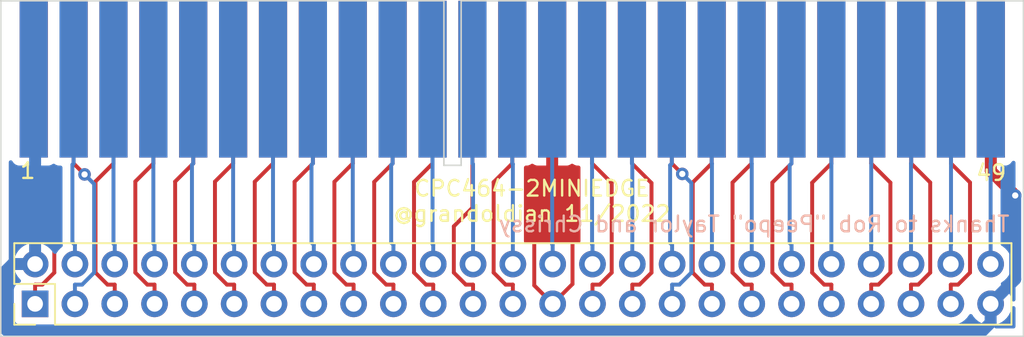
<source format=kicad_pcb>
(kicad_pcb (version 20221018) (generator pcbnew)
  (layers (0 "F.Cu" signal) (31 "B.Cu" signal) (34 "B.Paste" user) (35 "F.Paste" user) (36 "B.SilkS" user "B.Silkscreen") (37 "F.SilkS" user "F.Silkscreen") (38 "B.Mask" user) (39 "F.Mask" user) (44 "Edge.Cuts" user))
  (net 0 "")
  (net 1 "+5V")
  (net 2 "GND")
  (net 3 "SOUND")
  (net 4 "/A15")
  (net 5 "/A14")
  (net 6 "/A13")
  (net 7 "/A12")
  (net 8 "/A11")
  (net 9 "/A10")
  (net 10 "/A9")
  (net 11 "/A8")
  (net 12 "/A7")
  (net 13 "/A6")
  (net 14 "/A5")
  (net 15 "/A4")
  (net 16 "/A3")
  (net 17 "/A2")
  (net 18 "/A1")
  (net 19 "/A0")
  (net 20 "/D7")
  (net 21 "/D6")
  (net 22 "/D5")
  (net 23 "/D4")
  (net 24 "/D3")
  (net 25 "/D2")
  (net 26 "/D1")
  (net 27 "/D0")
  (net 28 "MREQ")
  (net 29 "M1")
  (net 30 "RFSH")
  (net 31 "IORQ")
  (net 32 "RD")
  (net 33 "WR")
  (net 34 "HALT")
  (net 35 "INT")
  (net 36 "NMI")
  (net 37 "BUSRQ")
  (net 38 "BUSAK")
  (net 39 "READY")
  (net 40 "BUS")
  (net 41 "RESET")
  (net 42 "ROMEN")
  (net 43 "ROMDIS")
  (net 44 "RAMRD")
  (net 45 "RAMDIS")
  (net 46 "CURSOR")
  (net 47 "LPEN")
  (net 48 "EXP")
  (net 49 "A100")
  (footprint "Connector_PinHeader_2.54mm:PinHeader_2x25_P2.54mm_Vertical" (layer "F.Cu") (at 192.3846 62.743 90)
    (fp_text reference "PL2" hide)
    (fp_text value "EXP" hide)
    (fp_line (start -1.33 -1.33) (end 0 -1.33) (stroke (width 0.12)) (layer "F.SilkS"))
    (fp_line (start -1.33 0) (end -1.33 -1.33) (stroke (width 0.12)) (layer "F.SilkS"))
    (fp_line (start -1.33 1.27) (end -1.33 62.29) (stroke (width 0.12)) (layer "F.SilkS"))
    (fp_line (start -1.33 1.27) (end 1.27 1.27) (stroke (width 0.12)) (layer "F.SilkS"))
    (fp_line (start -1.33 62.29) (end 3.87 62.29) (stroke (width 0.12)) (layer "F.SilkS"))
    (fp_line (start 1.27 -1.33) (end 3.87 -1.33) (stroke (width 0.12)) (layer "F.SilkS"))
    (fp_line (start 1.27 1.27) (end 1.27 -1.33) (stroke (width 0.12)) (layer "F.SilkS"))
    (fp_line (start 3.87 -1.33) (end 3.87 62.29) (stroke (width 0.12)) (layer "F.SilkS"))
    (pad "1" thru_hole rect (at 0 0 90) (size 1.7 1.7) (drill 1) (layers "*.Cu" "*.Mask") (net 3 "SOUND"))
    (pad "2" thru_hole oval (at 2.54 0 90) (size 1.7 1.7) (drill 1) (layers "*.Cu" "*.Mask") (net 2 "GND"))
    (pad "3" thru_hole oval (at 0 2.54 90) (size 1.7 1.7) (drill 1) (layers "*.Cu" "*.Mask") (net 4 "/A15"))
    (pad "4" thru_hole oval (at 2.54 2.54 90) (size 1.7 1.7) (drill 1) (layers "*.Cu" "*.Mask") (net 5 "/A14"))
    (pad "5" thru_hole oval (at 0 5.08 90) (size 1.7 1.7) (drill 1) (layers "*.Cu" "*.Mask") (net 6 "/A13"))
    (pad "6" thru_hole oval (at 2.54 5.08 90) (size 1.7 1.7) (drill 1) (layers "*.Cu" "*.Mask") (net 7 "/A12"))
    (pad "7" thru_hole oval (at 0 7.62 90) (size 1.7 1.7) (drill 1) (layers "*.Cu" "*.Mask") (net 8 "/A11"))
    (pad "8" thru_hole oval (at 2.54 7.62 90) (size 1.7 1.7) (drill 1) (layers "*.Cu" "*.Mask") (net 9 "/A10"))
    (pad "9" thru_hole oval (at 0 10.16 90) (size 1.7 1.7) (drill 1) (layers "*.Cu" "*.Mask") (net 10 "/A9"))
    (pad "10" thru_hole oval (at 2.54 10.16 90) (size 1.7 1.7) (drill 1) (layers "*.Cu" "*.Mask") (net 11 "/A8"))
    (pad "11" thru_hole oval (at 0 12.7 90) (size 1.7 1.7) (drill 1) (layers "*.Cu" "*.Mask") (net 12 "/A7"))
    (pad "12" thru_hole oval (at 2.54 12.7 90) (size 1.7 1.7) (drill 1) (layers "*.Cu" "*.Mask") (net 13 "/A6"))
    (pad "13" thru_hole oval (at 0 15.24 90) (size 1.7 1.7) (drill 1) (layers "*.Cu" "*.Mask") (net 14 "/A5"))
    (pad "14" thru_hole oval (at 2.54 15.24 90) (size 1.7 1.7) (drill 1) (layers "*.Cu" "*.Mask") (net 15 "/A4"))
    (pad "15" thru_hole oval (at 0 17.78 90) (size 1.7 1.7) (drill 1) (layers "*.Cu" "*.Mask") (net 16 "/A3"))
    (pad "16" thru_hole oval (at 2.54 17.78 90) (size 1.7 1.7) (drill 1) (layers "*.Cu" "*.Mask") (net 17 "/A2"))
    (pad "17" thru_hole oval (at 0 20.32 90) (size 1.7 1.7) (drill 1) (layers "*.Cu" "*.Mask") (net 18 "/A1"))
    (pad "18" thru_hole oval (at 2.54 20.32 90) (size 1.7 1.7) (drill 1) (layers "*.Cu" "*.Mask") (net 19 "/A0"))
    (pad "19" thru_hole oval (at 0 22.86 90) (size 1.7 1.7) (drill 1) (layers "*.Cu" "*.Mask") (net 20 "/D7"))
    (pad "20" thru_hole oval (at 2.54 22.86 90) (size 1.7 1.7) (drill 1) (layers "*.Cu" "*.Mask") (net 21 "/D6"))
    (pad "21" thru_hole oval (at 0 25.4 90) (size 1.7 1.7) (drill 1) (layers "*.Cu" "*.Mask") (net 22 "/D5"))
    (pad "22" thru_hole oval (at 2.54 25.4 90) (size 1.7 1.7) (drill 1) (layers "*.Cu" "*.Mask") (net 23 "/D4"))
    (pad "23" thru_hole oval (at 0 27.94 90) (size 1.7 1.7) (drill 1) (layers "*.Cu" "*.Mask") (net 24 "/D3"))
    (pad "24" thru_hole oval (at 2.54 27.94 90) (size 1.7 1.7) (drill 1) (layers "*.Cu" "*.Mask") (net 25 "/D2"))
    (pad "25" thru_hole oval (at 0 30.48 90) (size 1.7 1.7) (drill 1) (layers "*.Cu" "*.Mask") (net 26 "/D1"))
    (pad "26" thru_hole oval (at 2.54 30.48 90) (size 1.7 1.7) (drill 1) (layers "*.Cu" "*.Mask") (net 27 "/D0"))
    (pad "27" thru_hole oval (at 0 33.02 90) (size 1.7 1.7) (drill 1) (layers "*.Cu" "*.Mask") (net 1 "+5V"))
    (pad "28" thru_hole oval (at 2.54 33.02 90) (size 1.7 1.7) (drill 1) (layers "*.Cu" "*.Mask") (net 28 "MREQ"))
    (pad "29" thru_hole oval (at 0 35.56 90) (size 1.7 1.7) (drill 1) (layers "*.Cu" "*.Mask") (net 29 "M1"))
    (pad "30" thru_hole oval (at 2.54 35.56 90) (size 1.7 1.7) (drill 1) (layers "*.Cu" "*.Mask") (net 30 "RFSH"))
    (pad "31" thru_hole oval (at 0 38.1 90) (size 1.7 1.7) (drill 1) (layers "*.Cu" "*.Mask") (net 31 "IORQ"))
    (pad "32" thru_hole oval (at 2.54 38.1 90) (size 1.7 1.7) (drill 1) (layers "*.Cu" "*.Mask") (net 32 "RD"))
    (pad "33" thru_hole oval (at 0 40.64 90) (size 1.7 1.7) (drill 1) (layers "*.Cu" "*.Mask") (net 33 "WR"))
    (pad "34" thru_hole oval (at 2.54 40.64 90) (size 1.7 1.7) (drill 1) (layers "*.Cu" "*.Mask") (net 34 "HALT"))
    (pad "35" thru_hole oval (at 0 43.18 90) (size 1.7 1.7) (drill 1) (layers "*.Cu" "*.Mask") (net 35 "INT"))
    (pad "36" thru_hole oval (at 2.54 43.18 90) (size 1.7 1.7) (drill 1) (layers "*.Cu" "*.Mask") (net 36 "NMI"))
    (pad "37" thru_hole oval (at 0 45.72 90) (size 1.7 1.7) (drill 1) (layers "*.Cu" "*.Mask") (net 37 "BUSRQ"))
    (pad "38" thru_hole oval (at 2.54 45.72 90) (size 1.7 1.7) (drill 1) (layers "*.Cu" "*.Mask") (net 38 "BUSAK"))
    (pad "39" thru_hole oval (at 0 48.26 90) (size 1.7 1.7) (drill 1) (layers "*.Cu" "*.Mask") (net 39 "READY"))
    (pad "40" thru_hole oval (at 2.54 48.26 90) (size 1.7 1.7) (drill 1) (layers "*.Cu" "*.Mask") (net 40 "BUS"))
    (pad "41" thru_hole oval (at 0 50.8 90) (size 1.7 1.7) (drill 1) (layers "*.Cu" "*.Mask") (net 41 "RESET"))
    (pad "42" thru_hole oval (at 2.54 50.8 90) (size 1.7 1.7) (drill 1) (layers "*.Cu" "*.Mask") (net 42 "ROMEN"))
    (pad "43" thru_hole oval (at 0 53.34 90) (size 1.7 1.7) (drill 1) (layers "*.Cu" "*.Mask") (net 43 "ROMDIS"))
    (pad "44" thru_hole oval (at 2.54 53.34 90) (size 1.7 1.7) (drill 1) (layers "*.Cu" "*.Mask") (net 44 "RAMRD"))
    (pad "45" thru_hole oval (at 0 55.88 90) (size 1.7 1.7) (drill 1) (layers "*.Cu" "*.Mask") (net 45 "RAMDIS"))
    (pad "46" thru_hole oval (at 2.54 55.88 90) (size 1.7 1.7) (drill 1) (layers "*.Cu" "*.Mask") (net 46 "CURSOR"))
    (pad "47" thru_hole oval (at 0 58.42 90) (size 1.7 1.7) (drill 1) (layers "*.Cu" "*.Mask") (net 47 "LPEN"))
    (pad "48" thru_hole oval (at 2.54 58.42 90) (size 1.7 1.7) (drill 1) (layers "*.Cu" "*.Mask") (net 48 "EXP"))
    (pad "49" thru_hole oval (at 0 60.96 90) (size 1.7 1.7) (drill 1) (layers "*.Cu" "*.Mask") (net 2 "GND"))
    (pad "50" thru_hole oval (at 2.54 60.96 90) (size 1.7 1.7) (drill 1) (layers "*.Cu" "*.Mask") (net 49 "A100"))
  )
  (footprint "CPC:EXPANSION" (layer "F.Cu") (at 191.4072 53.3654)
    (fp_text reference "PL3" hide)
    (fp_text value "OUT" hide)
    (fp_text user "1" (at 0.508 0.889 unlocked) (layer "F.SilkS"))
    (fp_text user "49" (at 61.976 1.016 unlocked) (layer "F.SilkS"))
    (pad "1" connect rect (at 0.889 -4.953) (size 1.8 10) (layers "F.Cu" "F.Mask") (net 3 "SOUND"))
    (pad "2" connect rect (at 0.889 -4.953 180) (size 1.8 10) (layers "B.Cu" "B.Mask") (net 2 "GND"))
    (pad "3" connect rect (at 3.433368 -4.953) (size 1.8 10) (layers "F.Cu" "F.Mask") (net 4 "/A15"))
    (pad "4" connect rect (at 3.433368 -4.953 180) (size 1.8 10) (layers "B.Cu" "B.Mask") (net 5 "/A14"))
    (pad "5" connect rect (at 5.977737 -4.953) (size 1.8 10) (layers "F.Cu" "F.Mask") (net 6 "/A13"))
    (pad "6" connect rect (at 5.977737 -4.953 180) (size 1.8 10) (layers "B.Cu" "B.Mask") (net 7 "/A12"))
    (pad "7" connect rect (at 8.522105 -4.953) (size 1.8 10) (layers "F.Cu" "F.Mask") (net 8 "/A11"))
    (pad "8" connect rect (at 8.522105 -4.953 180) (size 1.8 10) (layers "B.Cu" "B.Mask") (net 9 "/A10"))
    (pad "9" connect rect (at 11.066474 -4.953) (size 1.8 10) (layers "F.Cu" "F.Mask") (net 10 "/A9"))
    (pad "10" connect rect (at 11.066474 -4.953 180) (size 1.8 10) (layers "B.Cu" "B.Mask") (net 11 "/A8"))
    (pad "11" connect rect (at 13.610842 -4.953) (size 1.8 10) (layers "F.Cu" "F.Mask") (net 12 "/A7"))
    (pad "12" connect rect (at 13.610842 -4.953 180) (size 1.8 10) (layers "B.Cu" "B.Mask") (net 13 "/A6"))
    (pad "13" connect rect (at 16.155211 -4.953) (size 1.8 10) (layers "F.Cu" "F.Mask") (net 14 "/A5"))
    (pad "14" connect rect (at 16.155211 -4.953 180) (size 1.8 10) (layers "B.Cu" "B.Mask") (net 15 "/A4"))
    (pad "15" connect rect (at 18.699579 -4.953) (size 1.8 10) (layers "F.Cu" "F.Mask") (net 16 "/A3"))
    (pad "16" connect rect (at 18.699579 -4.953 180) (size 1.8 10) (layers "B.Cu" "B.Mask") (net 17 "/A2"))
    (pad "17" connect rect (at 21.243947 -4.953) (size 1.8 10) (layers "F.Cu" "F.Mask") (net 18 "/A1"))
    (pad "18" connect rect (at 21.243947 -4.953 180) (size 1.8 10) (layers "B.Cu" "B.Mask") (net 19 "/A0"))
    (pad "19" connect rect (at 23.788316 -4.953) (size 1.8 10) (layers "F.Cu" "F.Mask") (net 20 "/D7"))
    (pad "20" connect rect (at 23.788316 -4.953 180) (size 1.8 10) (layers "B.Cu" "B.Mask") (net 21 "/D6"))
    (pad "21" connect rect (at 26.332684 -4.953) (size 1.8 10) (layers "F.Cu" "F.Mask") (net 22 "/D5"))
    (pad "22" connect rect (at 26.332684 -4.953 180) (size 1.8 10) (layers "B.Cu" "B.Mask") (net 23 "/D4"))
    (pad "23" connect rect (at 28.877053 -4.953) (size 1.8 10) (layers "F.Cu" "F.Mask") (net 24 "/D3"))
    (pad "24" connect rect (at 28.877053 -4.953 180) (size 1.8 10) (layers "B.Cu" "B.Mask") (net 25 "/D2"))
    (pad "25" connect rect (at 31.421421 -4.953) (size 1.8 10) (layers "F.Cu" "F.Mask") (net 26 "/D1"))
    (pad "26" connect rect (at 31.421421 -4.953 180) (size 1.8 10) (layers "B.Cu" "B.Mask") (net 27 "/D0"))
    (pad "27" connect rect (at 33.965789 -4.953) (size 1.8 10) (layers "F.Cu" "F.Mask") (net 1 "+5V"))
    (pad "28" connect rect (at 33.965789 -4.953 180) (size 1.8 10) (layers "B.Cu" "B.Mask") (net 28 "MREQ"))
    (pad "29" connect rect (at 36.510158 -4.953) (size 1.8 10) (layers "F.Cu" "F.Mask") (net 29 "M1"))
    (pad "30" connect rect (at 36.510158 -4.953 180) (size 1.8 10) (layers "B.Cu" "B.Mask") (net 30 "RFSH"))
    (pad "31" connect rect (at 39.054526 -4.953) (size 1.8 10) (layers "F.Cu" "F.Mask") (net 31 "IORQ"))
    (pad "32" connect rect (at 39.054526 -4.953 180) (size 1.8 10) (layers "B.Cu" "B.Mask") (net 32 "RD"))
    (pad "33" connect rect (at 41.598895 -4.953) (size 1.8 10) (layers "F.Cu" "F.Mask") (net 33 "WR"))
    (pad "34" connect rect (at 41.598895 -4.953 180) (size 1.8 10) (layers "B.Cu" "B.Mask") (net 34 "HALT"))
    (pad "35" connect rect (at 44.143263 -4.953) (size 1.8 10) (layers "F.Cu" "F.Mask") (net 35 "INT"))
    (pad "36" connect rect (at 44.143263 -4.953 180) (size 1.8 10) (layers "B.Cu" "B.Mask") (net 36 "NMI"))
    (pad "37" connect rect (at 46.687632 -4.953) (size 1.8 10) (layers "F.Cu" "F.Mask") (net 37 "BUSRQ"))
    (pad "38" connect rect (at 46.687632 -4.953 180) (size 1.8 10) (layers "B.Cu" "B.Mask") (net 38 "BUSAK"))
    (pad "39" connect rect (at 49.232 -4.953) (size 1.8 10) (layers "F.Cu" "F.Mask") (net 39 "READY"))
    (pad "40" connect rect (at 49.232 -4.953 180) (size 1.8 10) (layers "B.Cu" "B.Mask") (net 40 "BUS"))
    (pad "41" connect rect (at 51.776368 -4.953) (size 1.8 10) (layers "F.Cu" "F.Mask") (net 41 "RESET"))
    (pad "42" connect rect (at 51.776368 -4.953) (size 1.8 10) (layers "B.Cu" "B.Mask") (net 42 "ROMEN"))
    (pad "43" connect rect (at 54.32 -4.953) (size 1.8 10) (layers "F.Cu" "F.Mask") (net 43 "ROMDIS"))
    (pad "44" connect rect (at 54.32 -4.953 180) (size 1.8 10) (layers "B.Cu" "B.Mask") (net 44 "RAMRD"))
    (pad "45" connect rect (at 56.87 -4.953) (size 1.8 10) (layers "F.Cu" "F.Mask") (net 45 "RAMDIS"))
    (pad "46" connect rect (at 56.87 -4.953 180) (size 1.8 10) (layers "B.Cu" "B.Mask") (net 46 "CURSOR"))
    (pad "47" connect rect (at 59.41 -4.953) (size 1.8 10) (layers "F.Cu" "F.Mask") (net 47 "LPEN"))
    (pad "48" connect rect (at 59.41 -4.953 180) (size 1.8 10) (layers "B.Cu" "B.Mask") (net 48 "EXP"))
    (pad "49" connect rect (at 61.95 -4.953) (size 1.8 10) (layers "F.Cu" "F.Mask") (net 2 "GND"))
    (pad "50" connect rect (at 61.95 -4.953 180) (size 1.8 10) (layers "B.Cu" "B.Mask") (net 49 "A100"))
  )
  (gr_line (start 190.1952 47.3456) (end 190.1952 64.8208) (stroke (width 0.1)) (layer "Edge.Cuts"))
  (gr_line (start 255.44 64.8208) (end 190.1952 64.8208) (stroke (width 0.1)) (layer "Edge.Cuts"))
  (gr_line (start 255.44 43.4086) (end 255.44 55.4736) (stroke (width 0.1)) (layer "Edge.Cuts"))
  (gr_line (start 219.5654 53.9078) (end 218.4654 53.9078) (stroke (width 0.1)) (layer "Edge.Cuts"))
  (gr_line (start 219.5654 43.4086) (end 255.44 43.4086) (stroke (width 0.1)) (layer "Edge.Cuts"))
  (gr_line (start 217.0176 43.4086) (end 190.881 43.4086) (stroke (width 0.1)) (layer "Edge.Cuts"))
  (gr_line (start 190.881 43.4086) (end 190.1952 43.4086) (stroke (width 0.1)) (layer "Edge.Cuts"))
  (gr_line (start 217.0176 43.4086) (end 218.4654 43.4086) (stroke (width 0.1)) (layer "Edge.Cuts"))
  (gr_line (start 190.1952 47.3456) (end 190.1952 43.4086) (stroke (width 0.1)) (layer "Edge.Cuts"))
  (gr_line (start 255.44 55.4736) (end 255.44 64.8208) (stroke (width 0.1)) (layer "Edge.Cuts"))
  (gr_line (start 218.4654 43.4086) (end 218.4654 53.9078) (stroke (width 0.1)) (layer "Edge.Cuts"))
  (gr_line (start 219.5654 53.9078) (end 219.5654 43.4086) (stroke (width 0.1)) (layer "Edge.Cuts"))
  (gr_text "Thanks to Rob {dblquote}Peepo{dblquote} Taylor and Chrissy" (at 238.252 57.658) (layer "B.SilkS") (effects (font (size 1 1)) (justify mirror)))
  (gr_text "CPC464-2MINIEDGE\n@grandoldian 11/2022" (at 224.0788 56.1848) (layer "F.SilkS") (effects (font (size 1 1))))
  (segment (start 225.373 48.4124) (end 225.373 56.6154) (width 0.762) (layer "F.Cu") (net 1))
  (segment (start 225.4 56.642) (end 225.9895 57.2317) (width 0.25) (layer "F.Cu") (net 1))
  (segment (start 225.405 62.743) (end 224.23 61.5685) (width 0.25) (layer "F.Cu") (net 1))
  (segment (start 226.6696 57.9118) (end 226.6696 61.4784) (width 0.25) (layer "F.Cu") (net 1))
  (segment (start 224.23 57.8115) (end 225.095 56.9468) (width 0.25) (layer "F.Cu") (net 1))
  (segment (start 225.9895 57.2317) (end 225.9893 57.2317) (width 0.25) (layer "F.Cu") (net 1))
  (segment (start 226.6696 61.4784) (end 225.405 62.743) (width 0.25) (layer "F.Cu") (net 1))
  (segment (start 225.9895 57.2317) (end 226.6696 57.9118) (width 0.25) (layer "F.Cu") (net 1))
  (segment (start 225.9893 57.2317) (end 225.373 56.6154) (width 0.25) (layer "F.Cu") (net 1))
  (segment (start 224.23 61.5685) (end 224.23 57.8115) (width 0.25) (layer "F.Cu") (net 1))
  (segment (start 225.4046 62.743) (end 225.405 62.743) (width 0.25) (layer "F.Cu") (net 1))
  (segment (start 253.357 48.4124) (end 253.357 54.272) (width 0.762) (layer "F.Cu") (net 2))
  (segment (start 253.357 54.272) (end 254.914 55.8292) (width 0.762) (layer "F.Cu") (net 2))
  (segment (start 253.3572 48.4124) (end 253.357 48.4124) (width 0.25) (layer "F.Cu") (net 2))
  (via (at 254.914 55.8292) (size 0.8) (drill 0.4) (layers "F.Cu" "B.Cu") (net 2))
  (segment (start 192.385 48.5008) (end 192.3405 48.4566) (width 0.762) (layer "B.Cu") (net 2))
  (segment (start 192.385 60.203) (end 192.385 48.5008) (width 0.762) (layer "B.Cu") (net 2))
  (segment (start 254.914 61.1732) (end 253.345 62.743) (width 0.762) (layer "B.Cu") (net 2))
  (segment (start 254.914 55.8292) (end 254.914 61.1732) (width 0.762) (layer "B.Cu") (net 2))
  (segment (start 190.576 64.4398) (end 190.576 60.579) (width 0.762) (layer "B.Cu") (net 2))
  (segment (start 192.3404 48.4566) (end 192.2962 48.4124) (width 0.25) (layer "B.Cu") (net 2))
  (segment (start 252.85 64.4398) (end 190.576 64.4398) (width 0.762) (layer "B.Cu") (net 2))
  (segment (start 192.3846 60.203) (end 192.385 60.203) (width 0.762) (layer "B.Cu") (net 2))
  (segment (start 192.3405 48.4566) (end 192.3404 48.4566) (width 0.25) (layer "B.Cu") (net 2))
  (segment (start 190.952 60.203) (end 192.3846 60.203) (width 0.762) (layer "B.Cu") (net 2))
  (segment (start 253.345 62.743) (end 253.345 63.9451) (width 0.762) (layer "B.Cu") (net 2))
  (segment (start 253.3446 62.743) (end 253.345 62.743) (width 0.25) (layer "B.Cu") (net 2))
  (segment (start 190.576 60.579) (end 190.952 60.203) (width 0.762) (layer "B.Cu") (net 2))
  (segment (start 253.345 63.9451) (end 252.85 64.4398) (width 0.762) (layer "B.Cu") (net 2))
  (segment (start 192.3405 48.4566) (end 192.296 48.4124) (width 0.762) (layer "B.Cu") (net 2))
  (segment (start 193.6101 55.693) (end 193.6101 60.7517) (width 0.25) (layer "F.Cu") (net 3))
  (segment (start 192.8443 61.5175) (end 192.3846 61.5175) (width 0.25) (layer "F.Cu") (net 3))
  (segment (start 192.2962 54.3791) (end 193.6101 55.693) (width 0.25) (layer "F.Cu") (net 3))
  (segment (start 193.6101 60.7517) (end 192.8443 61.5175) (width 0.25) (layer "F.Cu") (net 3))
  (segment (start 192.2962 48.4124) (end 192.2962 54.3791) (width 0.25) (layer "F.Cu") (net 3))
  (segment (start 192.3846 62.743) (end 192.3846 61.5175) (width 0.25) (layer "F.Cu") (net 3))
  (segment (start 194.8406 48.4124) (end 194.8406 53.7879) (width 0.25) (layer "F.Cu") (net 4))
  (segment (start 194.8406 53.7879) (end 195.5399 54.4872) (width 0.25) (layer "F.Cu") (net 4))
  (via (at 195.5399 54.4872) (size 0.8) (drill 0.4) (layers "F.Cu" "B.Cu") (net 4))
  (segment (start 196.1501 60.7517) (end 196.1501 55.0974) (width 0.25) (layer "B.Cu") (net 4))
  (segment (start 196.1501 55.0974) (end 195.5399 54.4872) (width 0.25) (layer "B.Cu") (net 4))
  (segment (start 194.9246 62.743) (end 194.9246 61.5175) (width 0.25) (layer "B.Cu") (net 4))
  (segment (start 195.3843 61.5175) (end 196.1501 60.7517) (width 0.25) (layer "B.Cu") (net 4))
  (segment (start 194.9246 61.5175) (end 195.3843 61.5175) (width 0.25) (layer "B.Cu") (net 4))
  (segment (start 194.7644 53.8641) (end 194.7644 58.8173) (width 0.25) (layer "B.Cu") (net 5))
  (segment (start 194.7644 58.8173) (end 194.9246 58.9775) (width 0.25) (layer "B.Cu") (net 5))
  (segment (start 194.8406 53.7879) (end 194.7644 53.8641) (width 0.25) (layer "B.Cu") (net 5))
  (segment (start 194.8406 48.4124) (end 194.8406 53.7879) (width 0.25) (layer "B.Cu") (net 5))
  (segment (start 194.9246 60.203) (end 194.9246 58.9775) (width 0.25) (layer "B.Cu") (net 5))
  (segment (start 197.4646 61.5175) (end 197.0049 61.5175) (width 0.25) (layer "F.Cu") (net 6))
  (segment (start 197.3849 48.4124) (end 197.3849 53.7879) (width 0.25) (layer "F.Cu") (net 6))
  (segment (start 196.2391 60.7517) (end 196.2391 54.9337) (width 0.25) (layer "F.Cu") (net 6))
  (segment (start 197.4646 62.743) (end 197.4646 61.5175) (width 0.25) (layer "F.Cu") (net 6))
  (segment (start 197.0049 61.5175) (end 196.2391 60.7517) (width 0.25) (layer "F.Cu") (net 6))
  (segment (start 196.2391 54.9337) (end 197.3849 53.7879) (width 0.25) (layer "F.Cu") (net 6))
  (segment (start 197.3849 58.8978) (end 197.4646 58.9775) (width 0.25) (layer "B.Cu") (net 7))
  (segment (start 197.4646 60.203) (end 197.4646 58.9775) (width 0.25) (layer "B.Cu") (net 7))
  (segment (start 197.3849 48.4124) (end 197.3849 58.8978) (width 0.25) (layer "B.Cu") (net 7))
  (segment (start 199.9293 53.7879) (end 198.7791 54.9381) (width 0.25) (layer "F.Cu") (net 8))
  (segment (start 200.0046 62.743) (end 200.0046 61.5175) (width 0.25) (layer "F.Cu") (net 8))
  (segment (start 199.9293 48.4124) (end 199.9293 53.7879) (width 0.25) (layer "F.Cu") (net 8))
  (segment (start 198.7791 54.9381) (end 198.7791 60.7517) (width 0.25) (layer "F.Cu") (net 8))
  (segment (start 199.5449 61.5175) (end 200.0046 61.5175) (width 0.25) (layer "F.Cu") (net 8))
  (segment (start 198.7791 60.7517) (end 199.5449 61.5175) (width 0.25) (layer "F.Cu") (net 8))
  (segment (start 200.0046 60.203) (end 200.0046 58.9775) (width 0.25) (layer "B.Cu") (net 9))
  (segment (start 199.9293 48.4124) (end 199.9293 58.9022) (width 0.25) (layer "B.Cu") (net 9))
  (segment (start 199.9293 58.9022) (end 200.0046 58.9775) (width 0.25) (layer "B.Cu") (net 9))
  (segment (start 202.5446 62.743) (end 202.5446 61.5175) (width 0.25) (layer "F.Cu") (net 10))
  (segment (start 201.3191 60.7517) (end 202.0849 61.5175) (width 0.25) (layer "F.Cu") (net 10))
  (segment (start 202.0849 61.5175) (end 202.5446 61.5175) (width 0.25) (layer "F.Cu") (net 10))
  (segment (start 202.4737 53.7879) (end 201.3191 54.9425) (width 0.25) (layer "F.Cu") (net 10))
  (segment (start 201.3191 54.9425) (end 201.3191 60.7517) (width 0.25) (layer "F.Cu") (net 10))
  (segment (start 202.4737 48.4124) (end 202.4737 53.7879) (width 0.25) (layer "F.Cu") (net 10))
  (segment (start 202.3909 53.8707) (end 202.3909 58.8238) (width 0.25) (layer "B.Cu") (net 11))
  (segment (start 202.4737 53.7879) (end 202.3909 53.8707) (width 0.25) (layer "B.Cu") (net 11))
  (segment (start 202.4737 48.4124) (end 202.4737 53.7879) (width 0.25) (layer "B.Cu") (net 11))
  (segment (start 202.3909 58.8238) (end 202.5446 58.9775) (width 0.25) (layer "B.Cu") (net 11))
  (segment (start 202.5446 60.203) (end 202.5446 58.9775) (width 0.25) (layer "B.Cu") (net 11))
  (segment (start 203.8591 54.9468) (end 205.018 53.7879) (width 0.25) (layer "F.Cu") (net 12))
  (segment (start 205.018 48.4124) (end 205.018 53.7879) (width 0.25) (layer "F.Cu") (net 12))
  (segment (start 205.0846 62.743) (end 205.0846 61.5175) (width 0.25) (layer "F.Cu") (net 12))
  (segment (start 205.0846 61.5175) (end 204.6249 61.5175) (width 0.25) (layer "F.Cu") (net 12))
  (segment (start 203.8591 60.7517) (end 203.8591 54.9468) (width 0.25) (layer "F.Cu") (net 12))
  (segment (start 204.6249 61.5175) (end 203.8591 60.7517) (width 0.25) (layer "F.Cu") (net 12))
  (segment (start 205.0846 60.203) (end 205.0846 58.9775) (width 0.25) (layer "B.Cu") (net 13))
  (segment (start 205.018 58.9109) (end 205.0846 58.9775) (width 0.25) (layer "B.Cu") (net 13))
  (segment (start 205.018 48.4124) (end 205.018 58.9109) (width 0.25) (layer "B.Cu") (net 13))
  (segment (start 207.6246 62.743) (end 207.6246 61.5175) (width 0.25) (layer "F.Cu") (net 14))
  (segment (start 206.3991 60.7517) (end 207.1649 61.5175) (width 0.25) (layer "F.Cu") (net 14))
  (segment (start 207.1649 61.5175) (end 207.6246 61.5175) (width 0.25) (layer "F.Cu") (net 14))
  (segment (start 206.3991 54.9512) (end 206.3991 60.7517) (width 0.25) (layer "F.Cu") (net 14))
  (segment (start 207.5624 48.4124) (end 207.5624 53.7879) (width 0.25) (layer "F.Cu") (net 14))
  (segment (start 207.5624 53.7879) (end 206.3991 54.9512) (width 0.25) (layer "F.Cu") (net 14))
  (segment (start 207.6246 60.203) (end 207.6246 58.9775) (width 0.25) (layer "B.Cu") (net 15))
  (segment (start 207.5624 48.4124) (end 207.5624 58.9153) (width 0.25) (layer "B.Cu") (net 15))
  (segment (start 207.5624 58.9153) (end 207.6246 58.9775) (width 0.25) (layer "B.Cu") (net 15))
  (segment (start 209.7049 61.5175) (end 210.1646 61.5175) (width 0.25) (layer "F.Cu") (net 16))
  (segment (start 210.1068 48.4124) (end 210.1068 53.7879) (width 0.25) (layer "F.Cu") (net 16))
  (segment (start 210.1068 53.7879) (end 208.9391 54.9556) (width 0.25) (layer "F.Cu") (net 16))
  (segment (start 210.1646 62.743) (end 210.1646 61.5175) (width 0.25) (layer "F.Cu") (net 16))
  (segment (start 208.9391 60.7517) (end 209.7049 61.5175) (width 0.25) (layer "F.Cu") (net 16))
  (segment (start 208.9391 54.9556) (end 208.9391 60.7517) (width 0.25) (layer "F.Cu") (net 16))
  (segment (start 210.1646 60.203) (end 210.1646 58.9775) (width 0.25) (layer "B.Cu") (net 17))
  (segment (start 210.1068 48.4124) (end 210.1068 53.7879) (width 0.25) (layer "B.Cu") (net 17))
  (segment (start 210.1068 53.7879) (end 210.0175 53.8772) (width 0.25) (layer "B.Cu") (net 17))
  (segment (start 210.0175 58.8304) (end 210.1646 58.9775) (width 0.25) (layer "B.Cu") (net 17))
  (segment (start 210.0175 53.8772) (end 210.0175 58.8304) (width 0.25) (layer "B.Cu") (net 17))
  (segment (start 212.7046 61.5175) (end 212.2449 61.5175) (width 0.25) (layer "F.Cu") (net 18))
  (segment (start 212.2449 61.5175) (end 211.4791 60.7517) (width 0.25) (layer "F.Cu") (net 18))
  (segment (start 211.4791 60.7517) (end 211.4791 54.9599) (width 0.25) (layer "F.Cu") (net 18))
  (segment (start 212.7046 62.743) (end 212.7046 61.5175) (width 0.25) (layer "F.Cu") (net 18))
  (segment (start 211.4791 54.9599) (end 212.6511 53.7879) (width 0.25) (layer "F.Cu") (net 18))
  (segment (start 212.6511 48.4124) (end 212.6511 53.7879) (width 0.25) (layer "F.Cu") (net 18))
  (segment (start 212.6511 58.924) (end 212.7046 58.9775) (width 0.25) (layer "B.Cu") (net 19))
  (segment (start 212.6511 48.4124) (end 212.6511 58.924) (width 0.25) (layer "B.Cu") (net 19))
  (segment (start 212.7046 60.203) (end 212.7046 58.9775) (width 0.25) (layer "B.Cu") (net 19))
  (segment (start 215.1955 53.7879) (end 214.0191 54.9643) (width 0.25) (layer "F.Cu") (net 20))
  (segment (start 214.7849 61.5175) (end 215.2446 61.5175) (width 0.25) (layer "F.Cu") (net 20))
  (segment (start 215.1955 48.4124) (end 215.1955 53.7879) (width 0.25) (layer "F.Cu") (net 20))
  (segment (start 214.0191 60.7517) (end 214.7849 61.5175) (width 0.25) (layer "F.Cu") (net 20))
  (segment (start 215.2446 62.743) (end 215.2446 61.5175) (width 0.25) (layer "F.Cu") (net 20))
  (segment (start 214.0191 54.9643) (end 214.0191 60.7517) (width 0.25) (layer "F.Cu") (net 20))
  (segment (start 215.1955 53.7879) (end 215.1018 53.8816) (width 0.25) (layer "B.Cu") (net 21))
  (segment (start 215.1018 58.8347) (end 215.2446 58.9775) (width 0.25) (layer "B.Cu") (net 21))
  (segment (start 215.1955 48.4124) (end 215.1955 53.7879) (width 0.25) (layer "B.Cu") (net 21))
  (segment (start 215.1018 53.8816) (end 215.1018 58.8347) (width 0.25) (layer "B.Cu") (net 21))
  (segment (start 215.2446 60.203) (end 215.2446 58.9775) (width 0.25) (layer "B.Cu") (net 21))
  (segment (start 217.7846 62.743) (end 217.7846 61.5175) (width 0.25) (layer "F.Cu") (net 22))
  (segment (start 217.7846 61.5175) (end 217.3249 61.5175) (width 0.25) (layer "F.Cu") (net 22))
  (segment (start 216.5591 54.9687) (end 217.7399 53.7879) (width 0.25) (layer "F.Cu") (net 22))
  (segment (start 217.3249 61.5175) (end 216.5591 60.7517) (width 0.25) (layer "F.Cu") (net 22))
  (segment (start 217.7399 48.4124) (end 217.7399 53.7879) (width 0.25) (layer "F.Cu") (net 22))
  (segment (start 216.5591 60.7517) (end 216.5591 54.9687) (width 0.25) (layer "F.Cu") (net 22))
  (segment (start 217.7399 48.4124) (end 217.7399 58.9328) (width 0.25) (layer "B.Cu") (net 23))
  (segment (start 217.7399 58.9328) (end 217.7846 58.9775) (width 0.25) (layer "B.Cu") (net 23))
  (segment (start 217.7846 60.203) (end 217.7846 58.9775) (width 0.25) (layer "B.Cu") (net 23))
  (segment (start 219.8649 61.5175) (end 220.3246 61.5175) (width 0.25) (layer "F.Cu") (net 24))
  (segment (start 220.2843 56.6116) (end 219.0991 57.7968) (width 0.25) (layer "F.Cu") (net 24))
  (segment (start 219.0991 57.7968) (end 219.0991 60.7517) (width 0.25) (layer "F.Cu") (net 24))
  (segment (start 220.3246 62.743) (end 220.3246 61.5175) (width 0.25) (layer "F.Cu") (net 24))
  (segment (start 219.0991 60.7517) (end 219.8649 61.5175) (width 0.25) (layer "F.Cu") (net 24))
  (segment (start 220.2843 48.4124) (end 220.2843 56.6116) (width 0.25) (layer "F.Cu") (net 24))
  (segment (start 220.3246 53.8282) (end 220.3246 60.203) (width 0.25) (layer "B.Cu") (net 25))
  (segment (start 220.2843 48.4124) (end 220.2843 53.7879) (width 0.25) (layer "B.Cu") (net 25))
  (segment (start 220.2843 53.7879) (end 220.3246 53.8282) (width 0.25) (layer "B.Cu") (net 25))
  (segment (start 222.8286 53.7879) (end 221.6391 54.9774) (width 0.25) (layer "F.Cu") (net 26))
  (segment (start 222.8646 62.743) (end 222.8646 61.5175) (width 0.25) (layer "F.Cu") (net 26))
  (segment (start 221.6391 54.9774) (end 221.6391 60.7517) (width 0.25) (layer "F.Cu") (net 26))
  (segment (start 222.8286 48.4124) (end 222.8286 53.7879) (width 0.25) (layer "F.Cu") (net 26))
  (segment (start 222.4049 61.5175) (end 222.8646 61.5175) (width 0.25) (layer "F.Cu") (net 26))
  (segment (start 221.6391 60.7517) (end 222.4049 61.5175) (width 0.25) (layer "F.Cu") (net 26))
  (segment (start 222.8286 48.4124) (end 222.8286 53.7879) (width 0.25) (layer "B.Cu") (net 27))
  (segment (start 222.8286 53.7879) (end 222.8646 53.8239) (width 0.25) (layer "B.Cu") (net 27))
  (segment (start 222.8646 53.8239) (end 222.8646 60.203) (width 0.25) (layer "B.Cu") (net 27))
  (segment (start 225.373 48.4124) (end 225.373 58.9459) (width 0.25) (layer "B.Cu") (net 28))
  (segment (start 225.373 58.9459) (end 225.4046 58.9775) (width 0.25) (layer "B.Cu") (net 28))
  (segment (start 225.4046 60.203) (end 225.4046 58.9775) (width 0.25) (layer "B.Cu") (net 28))
  (segment (start 229.1701 55.0406) (end 229.1701 60.7517) (width 0.25) (layer "F.Cu") (net 29))
  (segment (start 227.9446 62.743) (end 227.9446 61.5175) (width 0.25) (layer "F.Cu") (net 29))
  (segment (start 228.4043 61.5175) (end 227.9446 61.5175) (width 0.25) (layer "F.Cu") (net 29))
  (segment (start 227.9174 53.7879) (end 229.1701 55.0406) (width 0.25) (layer "F.Cu") (net 29))
  (segment (start 227.9174 48.4124) (end 227.9174 53.7879) (width 0.25) (layer "F.Cu") (net 29))
  (segment (start 229.1701 60.7517) (end 228.4043 61.5175) (width 0.25) (layer "F.Cu") (net 29))
  (segment (start 227.9174 58.9503) (end 227.9446 58.9775) (width 0.25) (layer "B.Cu") (net 30))
  (segment (start 227.9174 48.4124) (end 227.9174 58.9503) (width 0.25) (layer "B.Cu") (net 30))
  (segment (start 227.9446 60.203) (end 227.9446 58.9775) (width 0.25) (layer "B.Cu") (net 30))
  (segment (start 231.7101 55.0363) (end 231.7101 60.7517) (width 0.25) (layer "F.Cu") (net 31))
  (segment (start 230.4617 53.7879) (end 231.7101 55.0363) (width 0.25) (layer "F.Cu") (net 31))
  (segment (start 230.4617 48.4124) (end 230.4617 53.7879) (width 0.25) (layer "F.Cu") (net 31))
  (segment (start 230.9443 61.5175) (end 230.4846 61.5175) (width 0.25) (layer "F.Cu") (net 31))
  (segment (start 230.4846 62.743) (end 230.4846 61.5175) (width 0.25) (layer "F.Cu") (net 31))
  (segment (start 231.7101 60.7517) (end 230.9443 61.5175) (width 0.25) (layer "F.Cu") (net 31))
  (segment (start 230.4846 53.8108) (end 230.4846 60.203) (width 0.25) (layer "B.Cu") (net 32))
  (segment (start 230.4617 53.7879) (end 230.4846 53.8108) (width 0.25) (layer "B.Cu") (net 32))
  (segment (start 230.4617 48.4124) (end 230.4617 53.7879) (width 0.25) (layer "B.Cu") (net 32))
  (segment (start 233.0061 48.4124) (end 233.0061 53.7879) (width 0.25) (layer "F.Cu") (net 33))
  (segment (start 233.0061 53.7879) (end 233.6726 54.4544) (width 0.25) (layer "F.Cu") (net 33))
  (via (at 233.6726 54.4544) (size 0.8) (drill 0.4) (layers "F.Cu" "B.Cu") (net 33))
  (segment (start 233.4843 61.5175) (end 234.2501 60.7517) (width 0.25) (layer "B.Cu") (net 33))
  (segment (start 234.2501 55.0319) (end 233.6726 54.4544) (width 0.25) (layer "B.Cu") (net 33))
  (segment (start 233.0246 62.743) (end 233.0246 61.5175) (width 0.25) (layer "B.Cu") (net 33))
  (segment (start 234.2501 60.7517) (end 234.2501 55.0319) (width 0.25) (layer "B.Cu") (net 33))
  (segment (start 233.0246 61.5175) (end 233.4843 61.5175) (width 0.25) (layer "B.Cu") (net 33))
  (segment (start 233.0061 53.7879) (end 232.8971 53.8969) (width 0.25) (layer "B.Cu") (net 34))
  (segment (start 232.8971 58.85) (end 233.0246 58.9775) (width 0.25) (layer "B.Cu") (net 34))
  (segment (start 233.0246 60.203) (end 233.0246 58.9775) (width 0.25) (layer "B.Cu") (net 34))
  (segment (start 232.8971 53.8969) (end 232.8971 58.85) (width 0.25) (layer "B.Cu") (net 34))
  (segment (start 233.0061 48.4124) (end 233.0061 53.7879) (width 0.25) (layer "B.Cu") (net 34))
  (segment (start 234.3391 60.7517) (end 234.3391 54.9993) (width 0.25) (layer "F.Cu") (net 35))
  (segment (start 235.5505 48.4124) (end 235.5505 53.7879) (width 0.25) (layer "F.Cu") (net 35))
  (segment (start 235.1049 61.5175) (end 234.3391 60.7517) (width 0.25) (layer "F.Cu") (net 35))
  (segment (start 235.5646 61.5175) (end 235.1049 61.5175) (width 0.25) (layer "F.Cu") (net 35))
  (segment (start 234.3391 54.9993) (end 235.5505 53.7879) (width 0.25) (layer "F.Cu") (net 35))
  (segment (start 235.5646 62.743) (end 235.5646 61.5175) (width 0.25) (layer "F.Cu") (net 35))
  (segment (start 235.5505 53.7879) (end 235.5646 53.802) (width 0.25) (layer "B.Cu") (net 36))
  (segment (start 235.5505 48.4124) (end 235.5505 53.7879) (width 0.25) (layer "B.Cu") (net 36))
  (segment (start 235.5646 53.802) (end 235.5646 60.203) (width 0.25) (layer "B.Cu") (net 36))
  (segment (start 238.1046 62.743) (end 238.1046 61.5175) (width 0.25) (layer "F.Cu") (net 37))
  (segment (start 236.8791 55.0036) (end 236.8791 60.7517) (width 0.25) (layer "F.Cu") (net 37))
  (segment (start 237.6449 61.5175) (end 238.1046 61.5175) (width 0.25) (layer "F.Cu") (net 37))
  (segment (start 238.0948 53.7879) (end 236.8791 55.0036) (width 0.25) (layer "F.Cu") (net 37))
  (segment (start 238.0948 48.4124) (end 238.0948 53.7879) (width 0.25) (layer "F.Cu") (net 37))
  (segment (start 236.8791 60.7517) (end 237.6449 61.5175) (width 0.25) (layer "F.Cu") (net 37))
  (segment (start 238.0948 48.4124) (end 238.0948 53.7879) (width 0.25) (layer "B.Cu") (net 38))
  (segment (start 238.1046 53.7977) (end 238.1046 60.203) (width 0.25) (layer "B.Cu") (net 38))
  (segment (start 238.0948 53.7879) (end 238.1046 53.7977) (width 0.25) (layer "B.Cu") (net 38))
  (segment (start 239.4191 55.008) (end 239.4191 60.7517) (width 0.25) (layer "F.Cu") (net 39))
  (segment (start 239.4191 60.7517) (end 240.1849 61.5175) (width 0.25) (layer "F.Cu") (net 39))
  (segment (start 240.1849 61.5175) (end 240.6446 61.5175) (width 0.25) (layer "F.Cu") (net 39))
  (segment (start 240.6392 48.4124) (end 240.6392 53.7879) (width 0.25) (layer "F.Cu") (net 39))
  (segment (start 240.6392 53.7879) (end 239.4191 55.008) (width 0.25) (layer "F.Cu") (net 39))
  (segment (start 240.6446 62.743) (end 240.6446 61.5175) (width 0.25) (layer "F.Cu") (net 39))
  (segment (start 240.5237 53.9034) (end 240.5237 58.8566) (width 0.25) (layer "B.Cu") (net 40))
  (segment (start 240.6392 53.7879) (end 240.5237 53.9034) (width 0.25) (layer "B.Cu") (net 40))
  (segment (start 240.6392 48.4124) (end 240.6392 53.7879) (width 0.25) (layer "B.Cu") (net 40))
  (segment (start 240.5237 58.8566) (end 240.6446 58.9775) (width 0.25) (layer "B.Cu") (net 40))
  (segment (start 240.6446 60.203) (end 240.6446 58.9775) (width 0.25) (layer "B.Cu") (net 40))
  (segment (start 241.9591 55.0124) (end 241.9591 60.7517) (width 0.25) (layer "F.Cu") (net 41))
  (segment (start 243.1846 62.743) (end 243.1846 61.5175) (width 0.25) (layer "F.Cu") (net 41))
  (segment (start 243.1836 48.4124) (end 243.1836 53.7879) (width 0.25) (layer "F.Cu") (net 41))
  (segment (start 243.1836 53.7879) (end 241.9591 55.0124) (width 0.25) (layer "F.Cu") (net 41))
  (segment (start 242.7249 61.5175) (end 243.1846 61.5175) (width 0.25) (layer "F.Cu") (net 41))
  (segment (start 241.9591 60.7517) (end 242.7249 61.5175) (width 0.25) (layer "F.Cu") (net 41))
  (segment (start 243.1836 48.4124) (end 243.1836 53.7879) (width 0.25) (layer "B.Cu") (net 42))
  (segment (start 243.1846 53.7889) (end 243.1846 60.203) (width 0.25) (layer "B.Cu") (net 42))
  (segment (start 243.1836 53.7879) (end 243.1846 53.7889) (width 0.25) (layer "B.Cu") (net 42))
  (segment (start 245.7272 53.7879) (end 246.9501 55.0108) (width 0.25) (layer "F.Cu") (net 43))
  (segment (start 246.9501 55.0108) (end 246.9501 60.7517) (width 0.25) (layer "F.Cu") (net 43))
  (segment (start 246.9501 60.7517) (end 246.1843 61.5175) (width 0.25) (layer "F.Cu") (net 43))
  (segment (start 245.7246 62.743) (end 245.7246 61.5175) (width 0.25) (layer "F.Cu") (net 43))
  (segment (start 246.1843 61.5175) (end 245.7246 61.5175) (width 0.25) (layer "F.Cu") (net 43))
  (segment (start 245.7272 48.4124) (end 245.7272 53.7879) (width 0.25) (layer "F.Cu") (net 43))
  (segment (start 245.7272 48.4124) (end 245.7272 58.9749) (width 0.25) (layer "B.Cu") (net 44))
  (segment (start 245.7272 58.9749) (end 245.7246 58.9775) (width 0.25) (layer "B.Cu") (net 44))
  (segment (start 245.7246 60.203) (end 245.7246 58.9775) (width 0.25) (layer "B.Cu") (net 44))
  (segment (start 248.2772 53.7879) (end 249.4901 55.0008) (width 0.25) (layer "F.Cu") (net 45))
  (segment (start 248.2772 48.4124) (end 248.2772 53.7879) (width 0.25) (layer "F.Cu") (net 45))
  (segment (start 248.7243 61.5175) (end 248.2646 61.5175) (width 0.25) (layer "F.Cu") (net 45))
  (segment (start 249.4901 60.7517) (end 248.7243 61.5175) (width 0.25) (layer "F.Cu") (net 45))
  (segment (start 248.2646 62.743) (end 248.2646 61.5175) (width 0.25) (layer "F.Cu") (net 45))
  (segment (start 249.4901 55.0008) (end 249.4901 60.7517) (width 0.25) (layer "F.Cu") (net 45))
  (segment (start 248.2772 48.4124) (end 248.2772 53.7879) (width 0.25) (layer "B.Cu") (net 46))
  (segment (start 248.2646 53.8005) (end 248.2646 60.203) (width 0.25) (layer "B.Cu") (net 46))
  (segment (start 248.2772 53.7879) (end 248.2646 53.8005) (width 0.25) (layer "B.Cu") (net 46))
  (segment (start 252.0301 55.0008) (end 252.0301 60.7517) (width 0.25) (layer "F.Cu") (net 47))
  (segment (start 250.8172 53.7879) (end 252.0301 55.0008) (width 0.25) (layer "F.Cu") (net 47))
  (segment (start 250.8172 48.4124) (end 250.8172 53.7879) (width 0.25) (layer "F.Cu") (net 47))
  (segment (start 252.0301 60.7517) (end 251.2643 61.5175) (width 0.25) (layer "F.Cu") (net 47))
  (segment (start 250.8046 62.743) (end 250.8046 61.5175) (width 0.25) (layer "F.Cu") (net 47))
  (segment (start 251.2643 61.5175) (end 250.8046 61.5175) (width 0.25) (layer "F.Cu") (net 47))
  (segment (start 250.8046 60.203) (end 250.8046 58.9775) (width 0.25) (layer "B.Cu") (net 48))
  (segment (start 250.8172 58.9649) (end 250.8046 58.9775) (width 0.25) (layer "B.Cu") (net 48))
  (segment (start 250.8172 48.4124) (end 250.8172 58.9649) (width 0.25) (layer "B.Cu") (net 48))
  (segment (start 253.3572 53.7879) (end 253.3446 53.8005) (width 0.25) (layer "B.Cu") (net 49))
  (segment (start 253.3572 48.4124) (end 253.3572 53.7879) (width 0.25) (layer "B.Cu") (net 49))
  (segment (start 253.3446 53.8005) (end 253.3446 60.203) (width 0.25) (layer "B.Cu") (net 49))
  (zone (net 1) (net_name "+5V") (layer "F.Cu") (connect_pads (clearance 0.508)) (min_thickness 0.254) (fill yes (thermal_gap 0.508) (thermal_bridge_width 0.508))
    (polygon (pts (xy 227.1776 58.8772) (xy 223.5708 58.8772) (xy 223.5708 53.7972) (xy 227.1776 53.7972)))
  )
  (zone (net 2) (net_name "GND") (layer "B.Cu") (connect_pads (clearance 0.508)) (min_thickness 0.254) (fill yes (thermal_gap 0.508) (thermal_bridge_width 0.508))
    (polygon (pts (xy 255.3208 64.6684) (xy 190.3476 64.6684) (xy 190.3476 43.5356) (xy 255.3208 43.5356)))
  )
)
</source>
